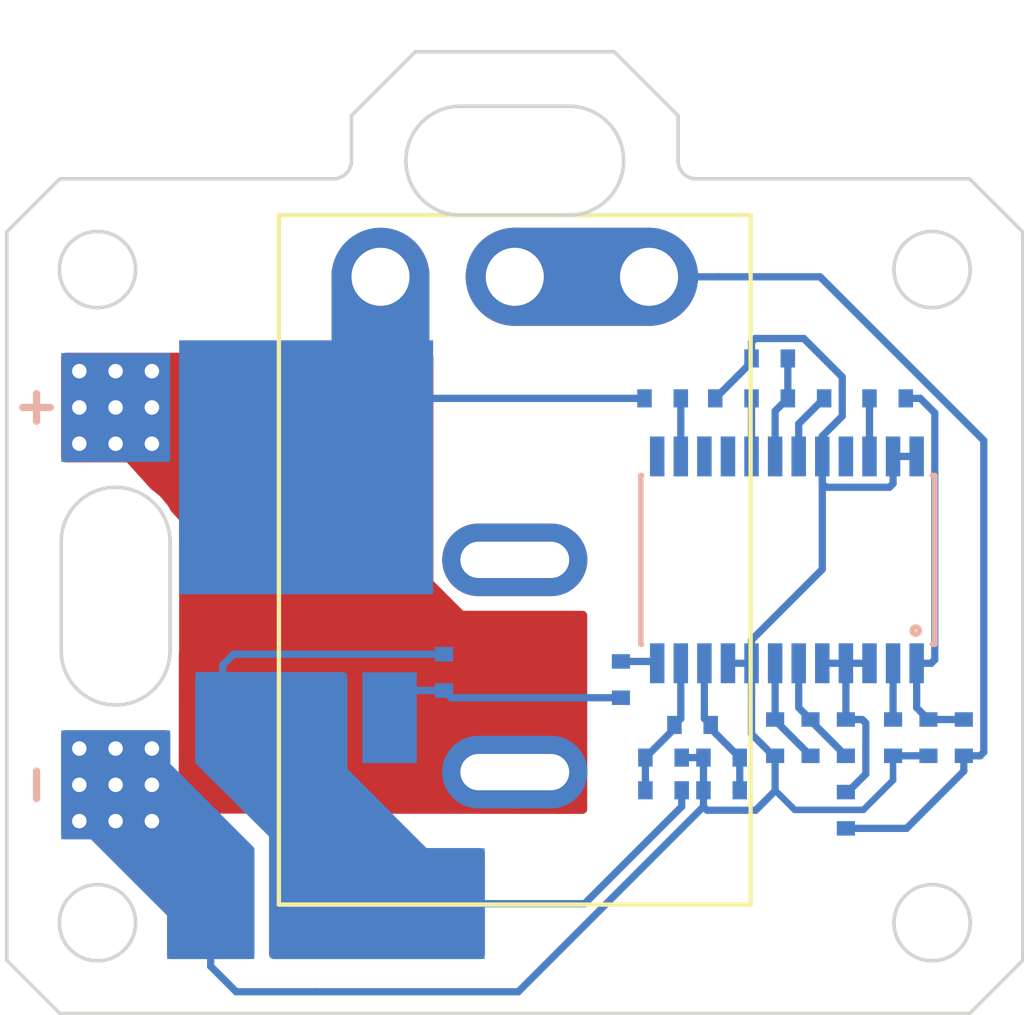
<source format=kicad_pcb>
(kicad_pcb (version 20171130) (host pcbnew "(5.1.5-rc2)")

  (general
    (thickness 1.6)
    (drawings 34)
    (tracks 128)
    (zones 0)
    (modules 28)
    (nets 20)
  )

  (page A4)
  (layers
    (0 F.Cu signal)
    (31 B.Cu signal)
    (32 B.Adhes user)
    (33 F.Adhes user)
    (34 B.Paste user)
    (35 F.Paste user)
    (36 B.SilkS user)
    (37 F.SilkS user)
    (38 B.Mask user)
    (39 F.Mask user)
    (40 Dwgs.User user)
    (41 Cmts.User user)
    (42 Eco1.User user)
    (43 Eco2.User user)
    (44 Edge.Cuts user)
    (45 Margin user)
    (46 B.CrtYd user)
    (47 F.CrtYd user)
    (48 B.Fab user)
    (49 F.Fab user)
  )

  (setup
    (last_trace_width 0.25)
    (user_trace_width 0.18)
    (user_trace_width 0.2)
    (user_trace_width 0.3)
    (user_trace_width 0.4)
    (user_trace_width 0.5)
    (user_trace_width 0.8)
    (user_trace_width 1)
    (user_trace_width 1.1)
    (user_trace_width 2.7)
    (trace_clearance 0.19)
    (zone_clearance 0.19)
    (zone_45_only yes)
    (trace_min 0.18)
    (via_size 0.8)
    (via_drill 0.4)
    (via_min_size 0.4)
    (via_min_drill 0.3)
    (uvia_size 0.3)
    (uvia_drill 0.1)
    (uvias_allowed no)
    (uvia_min_size 0.2)
    (uvia_min_drill 0.1)
    (edge_width 0.05)
    (segment_width 0.2)
    (pcb_text_width 0.3)
    (pcb_text_size 1.5 1.5)
    (mod_edge_width 0.12)
    (mod_text_size 1 1)
    (mod_text_width 0.15)
    (pad_size 4 2)
    (pad_drill 3)
    (pad_to_mask_clearance 0.051)
    (solder_mask_min_width 0.25)
    (aux_axis_origin 0 0)
    (visible_elements FFF9FFFF)
    (pcbplotparams
      (layerselection 0x010f0_ffffffff)
      (usegerberextensions true)
      (usegerberattributes false)
      (usegerberadvancedattributes false)
      (creategerberjobfile false)
      (excludeedgelayer true)
      (linewidth 0.100000)
      (plotframeref false)
      (viasonmask false)
      (mode 1)
      (useauxorigin false)
      (hpglpennumber 1)
      (hpglpenspeed 20)
      (hpglpendiameter 15.000000)
      (psnegative false)
      (psa4output false)
      (plotreference true)
      (plotvalue true)
      (plotinvisibletext false)
      (padsonsilk false)
      (subtractmaskfromsilk true)
      (outputformat 1)
      (mirror false)
      (drillshape 0)
      (scaleselection 1)
      (outputdirectory ""))
  )

  (net 0 "")
  (net 1 GND)
  (net 2 "Net-(C1-Pad1)")
  (net 3 "Net-(C2-Pad1)")
  (net 4 "Net-(C3-Pad2)")
  (net 5 "Net-(C3-Pad1)")
  (net 6 "Net-(J15-Pad1)")
  (net 7 "Net-(J17-Pad1)")
  (net 8 "Net-(J19-Pad1)")
  (net 9 "Net-(Q39-Pad3)")
  (net 10 "Net-(Q39-Pad1)")
  (net 11 "Net-(R5-Pad2)")
  (net 12 "Net-(R6-Pad2)")
  (net 13 "Net-(R7-Pad2)")
  (net 14 "Net-(R11-Pad1)")
  (net 15 "Net-(R9-Pad2)")
  (net 16 "Net-(R10-Pad2)")
  (net 17 "Net-(R12-Pad2)")
  (net 18 "Net-(R19-Pad2)")
  (net 19 "Net-(R20-Pad2)")

  (net_class Default "これはデフォルトのネット クラスです。"
    (clearance 0.19)
    (trace_width 0.25)
    (via_dia 0.8)
    (via_drill 0.4)
    (uvia_dia 0.3)
    (uvia_drill 0.1)
    (add_net GND)
    (add_net "Net-(C1-Pad1)")
    (add_net "Net-(C2-Pad1)")
    (add_net "Net-(C3-Pad1)")
    (add_net "Net-(C3-Pad2)")
    (add_net "Net-(J15-Pad1)")
    (add_net "Net-(J17-Pad1)")
    (add_net "Net-(J19-Pad1)")
    (add_net "Net-(Q39-Pad1)")
    (add_net "Net-(Q39-Pad3)")
    (add_net "Net-(R10-Pad2)")
    (add_net "Net-(R11-Pad1)")
    (add_net "Net-(R12-Pad2)")
    (add_net "Net-(R19-Pad2)")
    (add_net "Net-(R20-Pad2)")
    (add_net "Net-(R5-Pad2)")
    (add_net "Net-(R6-Pad2)")
    (add_net "Net-(R7-Pad2)")
    (add_net "Net-(R9-Pad2)")
    (add_net "Net-(SW1-Pad1)")
    (add_net "Net-(U6-Pad13)")
    (add_net "Net-(U6-Pad15)")
    (add_net "Net-(U6-Pad16)")
    (add_net "Net-(U6-Pad21)")
  )

  (module module:2Pads (layer F.Cu) (tedit 605212A1) (tstamp 6052CDB4)
    (at 7.500045 4.499987)
    (path /5C76E1CD)
    (fp_text reference SW1 (at 6.5932 7.4425) (layer F.SilkS) hide
      (effects (font (size 1 1) (thickness 0.15)))
    )
    (fp_text value Rocker_Switch (at 0 -5.08) (layer F.Fab)
      (effects (font (size 1 1) (thickness 0.15)))
    )
    (pad 2 thru_hole oval (at 6.5 15.35) (size 4 2) (drill oval 3 1) (layers *.Cu *.Mask)
      (net 7 "Net-(J17-Pad1)"))
    (pad 1 thru_hole oval (at 6.5 9.5) (size 4 2) (drill oval 3 1) (layers *.Cu *.Mask))
  )

  (module module:TSSOP-24 (layer B.Cu) (tedit 5C37351D) (tstamp 5FCF6AE3)
    (at 21.500045 13.999987 90)
    (descr "TSSOP24: plastic thin shrink small outline package; 24 leads; body width 4.4 mm; (see NXP SSOP-TSSOP-VSO-REFLOW.pdf and sot355-1_po.pdf)")
    (tags "SSOP 0.65")
    (path /5C370BDC)
    (attr smd)
    (fp_text reference U6 (at 0 4.95 90) (layer B.SilkS) hide
      (effects (font (size 1 1) (thickness 0.15)) (justify mirror))
    )
    (fp_text value BQ77915 (at 0 -4.95 90) (layer B.Fab)
      (effects (font (size 1 1) (thickness 0.15)) (justify mirror))
    )
    (fp_circle (center -1.95 3.55) (end -1.95 3.45) (layer B.SilkS) (width 0.15))
    (fp_line (start -2.325 4.075) (end -2.325 4) (layer B.SilkS) (width 0.15))
    (fp_text user %R (at 0 0 90) (layer B.Fab)
      (effects (font (size 0.8 0.8) (thickness 0.15)) (justify mirror))
    )
    (fp_line (start -2.325 -4.025) (end 2.325 -4.025) (layer B.SilkS) (width 0.15))
    (fp_line (start -2.325 4.075) (end 2.325 4.075) (layer B.SilkS) (width 0.15))
    (fp_line (start -2.325 -4.025) (end -2.325 -4) (layer B.SilkS) (width 0.15))
    (fp_line (start 2.325 -4.025) (end 2.325 -4) (layer B.SilkS) (width 0.15))
    (fp_line (start 2.325 4.075) (end 2.325 4) (layer B.SilkS) (width 0.15))
    (pad 24 smd rect (at 2.85 3.575 90) (size 1.1 0.4) (layers B.Cu B.Paste B.Mask)
      (net 1 GND))
    (pad 23 smd rect (at 2.85 2.925 90) (size 1.1 0.4) (layers B.Cu B.Paste B.Mask)
      (net 1 GND))
    (pad 22 smd rect (at 2.85 2.275 90) (size 1.1 0.4) (layers B.Cu B.Paste B.Mask)
      (net 12 "Net-(R6-Pad2)"))
    (pad 21 smd rect (at 2.85 1.625 90) (size 1.1 0.4) (layers B.Cu B.Paste B.Mask))
    (pad 20 smd rect (at 2.85 0.975 90) (size 1.1 0.4) (layers B.Cu B.Paste B.Mask)
      (net 1 GND))
    (pad 19 smd rect (at 2.85 0.325 90) (size 1.1 0.4) (layers B.Cu B.Paste B.Mask)
      (net 15 "Net-(R9-Pad2)"))
    (pad 18 smd rect (at 2.85 -0.325 90) (size 1.1 0.4) (layers B.Cu B.Paste B.Mask)
      (net 16 "Net-(R10-Pad2)"))
    (pad 17 smd rect (at 2.85 -0.975 90) (size 1.1 0.4) (layers B.Cu B.Paste B.Mask)
      (net 17 "Net-(R12-Pad2)"))
    (pad 16 smd rect (at 2.85 -1.625 90) (size 1.1 0.4) (layers B.Cu B.Paste B.Mask))
    (pad 15 smd rect (at 2.85 -2.275 90) (size 1.1 0.4) (layers B.Cu B.Paste B.Mask))
    (pad 14 smd rect (at 2.85 -2.925 90) (size 1.1 0.4) (layers B.Cu B.Paste B.Mask)
      (net 19 "Net-(R20-Pad2)"))
    (pad 13 smd rect (at 2.85 -3.575 90) (size 1.1 0.4) (layers B.Cu B.Paste B.Mask))
    (pad 12 smd rect (at -2.85 -3.575 90) (size 1.1 0.4) (layers B.Cu B.Paste B.Mask)
      (net 18 "Net-(R19-Pad2)"))
    (pad 11 smd rect (at -2.85 -2.925 90) (size 1.1 0.4) (layers B.Cu B.Paste B.Mask)
      (net 5 "Net-(C3-Pad1)"))
    (pad 10 smd rect (at -2.85 -2.275 90) (size 1.1 0.4) (layers B.Cu B.Paste B.Mask)
      (net 4 "Net-(C3-Pad2)"))
    (pad 9 smd rect (at -2.85 -1.625 90) (size 1.1 0.4) (layers B.Cu B.Paste B.Mask)
      (net 1 GND))
    (pad 8 smd rect (at -2.85 -0.975 90) (size 1.1 0.4) (layers B.Cu B.Paste B.Mask)
      (net 1 GND))
    (pad 7 smd rect (at -2.85 -0.325 90) (size 1.1 0.4) (layers B.Cu B.Paste B.Mask)
      (net 14 "Net-(R11-Pad1)"))
    (pad 6 smd rect (at -2.85 0.325 90) (size 1.1 0.4) (layers B.Cu B.Paste B.Mask)
      (net 13 "Net-(R7-Pad2)"))
    (pad 5 smd rect (at -2.85 0.975 90) (size 1.1 0.4) (layers B.Cu B.Paste B.Mask)
      (net 11 "Net-(R5-Pad2)"))
    (pad 4 smd rect (at -2.85 1.625 90) (size 1.1 0.4) (layers B.Cu B.Paste B.Mask)
      (net 11 "Net-(R5-Pad2)"))
    (pad 3 smd rect (at -2.85 2.275 90) (size 1.1 0.4) (layers B.Cu B.Paste B.Mask)
      (net 11 "Net-(R5-Pad2)"))
    (pad 2 smd rect (at -2.85 2.925 90) (size 1.1 0.4) (layers B.Cu B.Paste B.Mask)
      (net 3 "Net-(C2-Pad1)"))
    (pad 1 smd rect (at -2.85 3.575 90) (size 1.1 0.4) (layers B.Cu B.Paste B.Mask)
      (net 2 "Net-(C1-Pad1)"))
    (model ${KISYS3DMOD}/Package_SO.3dshapes/TSSOP-24_4.4x7.8mm_P0.65mm.wrl
      (at (xyz 0 0 0))
      (scale (xyz 1 1 1))
      (rotate (xyz 0 0 0))
    )
  )

  (module module:6432 (layer B.Cu) (tedit 5F9A6B15) (tstamp 5FCF68AF)
    (at 8.794945 23.474987 180)
    (path /5C37771E)
    (fp_text reference R30 (at 0 -0.5 180) (layer B.SilkS) hide
      (effects (font (size 1 1) (thickness 0.15)) (justify mirror))
    )
    (fp_text value 5m (at 0 0.5 180) (layer B.Fab)
      (effects (font (size 1 1) (thickness 0.15)) (justify mirror))
    )
    (pad 2 smd rect (at 3.175 0 180) (size 2.4 3.05) (layers B.Cu B.Paste B.Mask)
      (net 1 GND))
    (pad 1 smd rect (at -3.175 0 180) (size 2.4 3.05) (layers B.Cu B.Paste B.Mask)
      (net 9 "Net-(Q39-Pad3)"))
  )

  (module module:1005 (layer B.Cu) (tedit 5BA72218) (tstamp 5FCF68A9)
    (at 12.050045 17.099987 270)
    (path /5C374B8B)
    (fp_text reference R29 (at 0 0.77 90) (layer B.SilkS) hide
      (effects (font (size 1 1) (thickness 0.15)) (justify mirror))
    )
    (fp_text value 1M (at 0 1.77 90) (layer B.Fab)
      (effects (font (size 1 1) (thickness 0.15)) (justify mirror))
    )
    (pad 2 smd rect (at 0.5 0 270) (size 0.4 0.5) (layers B.Cu B.Paste B.Mask)
      (net 10 "Net-(Q39-Pad1)"))
    (pad 1 smd rect (at -0.5 0 270) (size 0.4 0.5) (layers B.Cu B.Paste B.Mask)
      (net 9 "Net-(Q39-Pad3)"))
  )

  (module module:1005 (layer B.Cu) (tedit 5BA72218) (tstamp 5FCF6867)
    (at 18.100045 20.349987 180)
    (path /5C375764)
    (fp_text reference R22 (at 0 0.77) (layer B.SilkS) hide
      (effects (font (size 1 1) (thickness 0.15)) (justify mirror))
    )
    (fp_text value 100 (at 0 1.77) (layer B.Fab)
      (effects (font (size 1 1) (thickness 0.15)) (justify mirror))
    )
    (pad 2 smd rect (at 0.5 0 180) (size 0.4 0.5) (layers B.Cu B.Paste B.Mask)
      (net 5 "Net-(C3-Pad1)"))
    (pad 1 smd rect (at -0.5 0 180) (size 0.4 0.5) (layers B.Cu B.Paste B.Mask)
      (net 9 "Net-(Q39-Pad3)"))
  )

  (module module:1005 (layer B.Cu) (tedit 5BA72218) (tstamp 5FCF6861)
    (at 19.700045 20.349987 180)
    (path /5C375F37)
    (fp_text reference R21 (at 0 0.77) (layer B.SilkS) hide
      (effects (font (size 1 1) (thickness 0.15)) (justify mirror))
    )
    (fp_text value 100 (at 0 1.77) (layer B.Fab)
      (effects (font (size 1 1) (thickness 0.15)) (justify mirror))
    )
    (pad 2 smd rect (at 0.5 0 180) (size 0.4 0.5) (layers B.Cu B.Paste B.Mask)
      (net 1 GND))
    (pad 1 smd rect (at -0.5 0 180) (size 0.4 0.5) (layers B.Cu B.Paste B.Mask)
      (net 4 "Net-(C3-Pad2)"))
  )

  (module module:1005 (layer B.Cu) (tedit 5BA72218) (tstamp 5FCF685B)
    (at 18.075045 9.549987)
    (path /5C376BE6)
    (fp_text reference R20 (at 0 0.77 180) (layer B.SilkS) hide
      (effects (font (size 1 1) (thickness 0.15)) (justify mirror))
    )
    (fp_text value 470K (at 0 1.77 180) (layer B.Fab)
      (effects (font (size 1 1) (thickness 0.15)) (justify mirror))
    )
    (pad 2 smd rect (at 0.5 0) (size 0.4 0.5) (layers B.Cu B.Paste B.Mask)
      (net 19 "Net-(R20-Pad2)"))
    (pad 1 smd rect (at -0.5 0) (size 0.4 0.5) (layers B.Cu B.Paste B.Mask)
      (net 8 "Net-(J19-Pad1)"))
  )

  (module module:1005 (layer B.Cu) (tedit 5BA72218) (tstamp 5FCF6855)
    (at 16.925045 17.299987 90)
    (path /5C373D4A)
    (fp_text reference R19 (at 0 0.77 90) (layer B.SilkS) hide
      (effects (font (size 1 1) (thickness 0.15)) (justify mirror))
    )
    (fp_text value 4.5K (at 0 1.77 90) (layer B.Fab)
      (effects (font (size 1 1) (thickness 0.15)) (justify mirror))
    )
    (pad 2 smd rect (at 0.5 0 90) (size 0.4 0.5) (layers B.Cu B.Paste B.Mask)
      (net 18 "Net-(R19-Pad2)"))
    (pad 1 smd rect (at -0.5 0 90) (size 0.4 0.5) (layers B.Cu B.Paste B.Mask)
      (net 10 "Net-(Q39-Pad1)"))
  )

  (module module:1005 (layer B.Cu) (tedit 5BA72218) (tstamp 5FCF6813)
    (at 20.025045 9.549987)
    (path /5C372C98)
    (fp_text reference R12 (at 0 0.77) (layer B.SilkS) hide
      (effects (font (size 1 1) (thickness 0.15)) (justify mirror))
    )
    (fp_text value 383K (at 0 1.77) (layer B.Fab)
      (effects (font (size 1 1) (thickness 0.15)) (justify mirror))
    )
    (pad 2 smd rect (at 0.5 0) (size 0.4 0.5) (layers B.Cu B.Paste B.Mask)
      (net 17 "Net-(R12-Pad2)"))
    (pad 1 smd rect (at -0.5 0) (size 0.4 0.5) (layers B.Cu B.Paste B.Mask)
      (net 1 GND))
  )

  (module module:1005 (layer B.Cu) (tedit 5BA72218) (tstamp 5FCF680D)
    (at 21.175045 18.899987 270)
    (path /5C3869EC)
    (fp_text reference R11 (at 0 0.77 90) (layer B.SilkS) hide
      (effects (font (size 1 1) (thickness 0.15)) (justify mirror))
    )
    (fp_text value 47K (at 0 1.77 90) (layer B.Fab)
      (effects (font (size 1 1) (thickness 0.15)) (justify mirror))
    )
    (pad 2 smd rect (at 0.5 0 270) (size 0.4 0.5) (layers B.Cu B.Paste B.Mask)
      (net 1 GND))
    (pad 1 smd rect (at -0.5 0 270) (size 0.4 0.5) (layers B.Cu B.Paste B.Mask)
      (net 14 "Net-(R11-Pad1)"))
  )

  (module module:1005 (layer B.Cu) (tedit 5BA72218) (tstamp 5FCF6807)
    (at 21.025045 8.449987)
    (path /5C372AFE)
    (fp_text reference R10 (at 0 0.77) (layer B.SilkS) hide
      (effects (font (size 1 1) (thickness 0.15)) (justify mirror))
    )
    (fp_text value 10K (at 0 1.77) (layer B.Fab)
      (effects (font (size 1 1) (thickness 0.15)) (justify mirror))
    )
    (pad 2 smd rect (at 0.5 0) (size 0.4 0.5) (layers B.Cu B.Paste B.Mask)
      (net 16 "Net-(R10-Pad2)"))
    (pad 1 smd rect (at -0.5 0) (size 0.4 0.5) (layers B.Cu B.Paste B.Mask)
      (net 1 GND))
  )

  (module module:1005 (layer B.Cu) (tedit 5BA72218) (tstamp 5FCF6801)
    (at 22.025045 9.549987)
    (path /5C3729D3)
    (fp_text reference R9 (at 0 0.77) (layer B.SilkS) hide
      (effects (font (size 1 1) (thickness 0.15)) (justify mirror))
    )
    (fp_text value 10K (at 0 1.77) (layer B.Fab)
      (effects (font (size 1 1) (thickness 0.15)) (justify mirror))
    )
    (pad 2 smd rect (at 0.5 0) (size 0.4 0.5) (layers B.Cu B.Paste B.Mask)
      (net 15 "Net-(R9-Pad2)"))
    (pad 1 smd rect (at -0.5 0) (size 0.4 0.5) (layers B.Cu B.Paste B.Mask)
      (net 16 "Net-(R10-Pad2)"))
  )

  (module module:1005 (layer B.Cu) (tedit 5BA72218) (tstamp 5FCF67FB)
    (at 22.150045 18.899987 270)
    (path /5C386BE3)
    (fp_text reference R8 (at 0 0.77 90) (layer B.SilkS) hide
      (effects (font (size 1 1) (thickness 0.15)) (justify mirror))
    )
    (fp_text value 47K (at 0 1.77 90) (layer B.Fab)
      (effects (font (size 1 1) (thickness 0.15)) (justify mirror))
    )
    (pad 2 smd rect (at 0.5 0 270) (size 0.4 0.5) (layers B.Cu B.Paste B.Mask)
      (net 14 "Net-(R11-Pad1)"))
    (pad 1 smd rect (at -0.5 0 270) (size 0.4 0.5) (layers B.Cu B.Paste B.Mask)
      (net 13 "Net-(R7-Pad2)"))
  )

  (module module:1005 (layer B.Cu) (tedit 5BA72218) (tstamp 5FCF67F5)
    (at 23.125045 18.899987 270)
    (path /5C387625)
    (fp_text reference R7 (at 0 0.77 90) (layer B.SilkS) hide
      (effects (font (size 1 1) (thickness 0.15)) (justify mirror))
    )
    (fp_text value 47K (at 0 1.77 90) (layer B.Fab)
      (effects (font (size 1 1) (thickness 0.15)) (justify mirror))
    )
    (pad 2 smd rect (at 0.5 0 270) (size 0.4 0.5) (layers B.Cu B.Paste B.Mask)
      (net 13 "Net-(R7-Pad2)"))
    (pad 1 smd rect (at -0.5 0 270) (size 0.4 0.5) (layers B.Cu B.Paste B.Mask)
      (net 11 "Net-(R5-Pad2)"))
  )

  (module module:1005 (layer B.Cu) (tedit 5BA72218) (tstamp 5FCF67EF)
    (at 24.275045 9.549987 180)
    (path /5C3726B3)
    (fp_text reference R6 (at 0 0.77) (layer B.SilkS) hide
      (effects (font (size 1 1) (thickness 0.15)) (justify mirror))
    )
    (fp_text value 10K (at 0 1.77) (layer B.Fab)
      (effects (font (size 1 1) (thickness 0.15)) (justify mirror))
    )
    (pad 2 smd rect (at 0.5 0 180) (size 0.4 0.5) (layers B.Cu B.Paste B.Mask)
      (net 12 "Net-(R6-Pad2)"))
    (pad 1 smd rect (at -0.5 0 180) (size 0.4 0.5) (layers B.Cu B.Paste B.Mask)
      (net 2 "Net-(C1-Pad1)"))
  )

  (module module:1005 (layer B.Cu) (tedit 5BA72218) (tstamp 5FCF67E9)
    (at 23.125045 20.899987 90)
    (path /5C75D896)
    (fp_text reference R5 (at 0 0.77 90) (layer B.SilkS) hide
      (effects (font (size 1 1) (thickness 0.15)) (justify mirror))
    )
    (fp_text value 22K (at 0 1.77 90) (layer B.Fab)
      (effects (font (size 1 1) (thickness 0.15)) (justify mirror))
    )
    (pad 2 smd rect (at 0.5 0 90) (size 0.4 0.5) (layers B.Cu B.Paste B.Mask)
      (net 11 "Net-(R5-Pad2)"))
    (pad 1 smd rect (at -0.5 0 90) (size 0.4 0.5) (layers B.Cu B.Paste B.Mask)
      (net 6 "Net-(J15-Pad1)"))
  )

  (module module:1005 (layer B.Cu) (tedit 5BA72218) (tstamp 5FCF67E3)
    (at 26.375045 18.899987 270)
    (path /5C370F39)
    (fp_text reference R4 (at 0 0.77 90) (layer B.SilkS) hide
      (effects (font (size 1 1) (thickness 0.15)) (justify mirror))
    )
    (fp_text value 1K (at 0 1.77 90) (layer B.Fab)
      (effects (font (size 1 1) (thickness 0.15)) (justify mirror))
    )
    (pad 2 smd rect (at 0.5 0 270) (size 0.4 0.5) (layers B.Cu B.Paste B.Mask)
      (net 6 "Net-(J15-Pad1)"))
    (pad 1 smd rect (at -0.5 0 270) (size 0.4 0.5) (layers B.Cu B.Paste B.Mask)
      (net 2 "Net-(C1-Pad1)"))
  )

  (module module:TO-252 (layer B.Cu) (tedit 5B9F95E9) (tstamp 5FCF67BF)
    (at 8.250045 11.449987 180)
    (descr "aj01004.pdf (JRC)")
    (tags TO-252)
    (path /5C3FAA52)
    (attr smd)
    (fp_text reference Q39 (at 0 5.3) (layer B.SilkS) hide
      (effects (font (size 1 1) (thickness 0.15)) (justify mirror))
    )
    (fp_text value Q_NMOS_SGD (at 0 -9.4) (layer B.Fab)
      (effects (font (size 1 1) (thickness 0.15)) (justify mirror))
    )
    (fp_line (start -1.25 -8.45) (end -1.25 -3.8) (layer B.Fab) (width 0.15))
    (fp_line (start -3.35 -8.45) (end -1.25 -8.45) (layer B.Fab) (width 0.15))
    (fp_line (start -3.35 -8.45) (end -3.35 -3.8) (layer B.Fab) (width 0.15))
    (fp_line (start 1.25 -8.45) (end 1.25 -3.8) (layer B.Fab) (width 0.15))
    (fp_line (start 3.35 -8.45) (end 3.35 -3.8) (layer B.Fab) (width 0.15))
    (fp_line (start 1.25 -8.45) (end 3.35 -8.45) (layer B.Fab) (width 0.15))
    (fp_line (start -3.8 3.8) (end -3.8 -3.8) (layer B.Fab) (width 0.15))
    (fp_line (start 3.8 3.8) (end -3.8 3.8) (layer B.Fab) (width 0.15))
    (fp_line (start 3.8 -3.8) (end 3.8 3.8) (layer B.Fab) (width 0.15))
    (fp_line (start -3.8 -3.8) (end 3.8 -3.8) (layer B.Fab) (width 0.15))
    (fp_line (start 1 4.5) (end 1 3.8) (layer B.Fab) (width 0.15))
    (fp_line (start -1 4.5) (end 1 4.5) (layer B.Fab) (width 0.15))
    (fp_line (start -1 3.8) (end -1 4.5) (layer B.Fab) (width 0.15))
    (pad 3 smd rect (at 2.3 -6.9 180) (size 1.5 2.5) (layers B.Cu B.Paste B.Mask)
      (net 9 "Net-(Q39-Pad3)"))
    (pad 2 smd rect (at 0 0 180) (size 7 7) (layers B.Cu B.Paste B.Mask)
      (net 8 "Net-(J19-Pad1)"))
    (pad 1 smd rect (at -2.3 -6.9 180) (size 1.5 2.5) (layers B.Cu B.Paste B.Mask)
      (net 10 "Net-(Q39-Pad1)"))
    (model SMD_Packages.3dshapes/powermite3.wrl
      (offset (xyz 0 -3.809999942779541 0))
      (scale (xyz 1.564039 1.6 1))
      (rotate (xyz 0 0 0))
    )
  )

  (module module:1PIN (layer F.Cu) (tedit 5FCF50E4) (tstamp 5FCF6523)
    (at 11.927545 5.782487 90)
    (path /5C37A109)
    (fp_text reference J19 (at 0 0.5 90) (layer F.SilkS) hide
      (effects (font (size 1 1) (thickness 0.15)))
    )
    (fp_text value OUT- (at 0 -1.5 90) (layer F.Fab)
      (effects (font (size 1 1) (thickness 0.15)))
    )
    (pad 1 thru_hole circle (at -0.4175 -1.6275 90) (size 2.7 2.7) (drill 1.6) (layers *.Cu *.Mask)
      (net 8 "Net-(J19-Pad1)"))
  )

  (module module:1PIN (layer B.Cu) (tedit 5FCF51EE) (tstamp 5FCF651E)
    (at 2.907545 20.342487 90)
    (path /5C37CB64)
    (fp_text reference J18 (at 0 -0.5 90) (layer B.SilkS) hide
      (effects (font (size 1 1) (thickness 0.15)) (justify mirror))
    )
    (fp_text value IN- (at 0 1.5 90) (layer B.Fab)
      (effects (font (size 1 1) (thickness 0.15)) (justify mirror))
    )
    (pad 1 smd rect (at 0.1425 0.0953 90) (size 3 3) (layers B.Cu B.Paste B.Mask)
      (net 1 GND))
  )

  (module module:1PIN (layer B.Cu) (tedit 5FCF51F4) (tstamp 5FCF6519)
    (at 2.997545 9.982487 90)
    (path /5C37ABA1)
    (fp_text reference J17 (at 0 -0.5 90) (layer B.SilkS) hide
      (effects (font (size 1 1) (thickness 0.15)) (justify mirror))
    )
    (fp_text value IN+ (at 0 1.5 90) (layer B.Fab)
      (effects (font (size 1 1) (thickness 0.15)) (justify mirror))
    )
    (pad 1 smd rect (at 0.1825 0.0053 90) (size 3 3) (layers B.Cu B.Paste B.Mask)
      (net 7 "Net-(J17-Pad1)"))
  )

  (module module:1PIN (layer F.Cu) (tedit 5FCF5108) (tstamp 5FCF6514)
    (at 16.587545 5.832487 90)
    (path /5C77F546)
    (fp_text reference J16 (at 0 0.5 90) (layer F.SilkS) hide
      (effects (font (size 1 1) (thickness 0.15)))
    )
    (fp_text value OUT+ (at 0 -1.5 90) (layer F.Fab)
      (effects (font (size 1 1) (thickness 0.15)))
    )
    (pad 1 thru_hole circle (at -0.3675 1.1125 90) (size 2.7 2.7) (drill 1.6) (layers *.Cu *.Mask)
      (net 6 "Net-(J15-Pad1)"))
  )

  (module module:1PIN (layer F.Cu) (tedit 5FCF50F9) (tstamp 5FCF650F)
    (at 14.217545 5.792487 90)
    (path /5C77FEE9)
    (fp_text reference J15 (at 0 0.5 90) (layer F.SilkS) hide
      (effects (font (size 1 1) (thickness 0.15)))
    )
    (fp_text value Fuse (at 0 -1.5 90) (layer F.Fab)
      (effects (font (size 1 1) (thickness 0.15)))
    )
    (pad 1 thru_hole circle (at -0.4075 -0.2175 90) (size 2.7 2.7) (drill 1.6) (layers *.Cu *.Mask)
      (net 6 "Net-(J15-Pad1)"))
  )

  (module module:1005 (layer B.Cu) (tedit 5BA72218) (tstamp 5FCF616A)
    (at 19.700045 19.449987)
    (path /5C374D42)
    (fp_text reference C36 (at 0 0.77) (layer B.SilkS) hide
      (effects (font (size 1 1) (thickness 0.15)) (justify mirror))
    )
    (fp_text value 0.1u (at 0 1.77) (layer B.Fab)
      (effects (font (size 1 1) (thickness 0.15)) (justify mirror))
    )
    (pad 2 smd rect (at 0.5 0) (size 0.4 0.5) (layers B.Cu B.Paste B.Mask)
      (net 4 "Net-(C3-Pad2)"))
    (pad 1 smd rect (at -0.5 0) (size 0.4 0.5) (layers B.Cu B.Paste B.Mask)
      (net 1 GND))
  )

  (module module:1005 (layer B.Cu) (tedit 5BA72218) (tstamp 5FCF6164)
    (at 18.100045 19.449987 180)
    (path /5C373E37)
    (fp_text reference C35 (at 0 0.77) (layer B.SilkS) hide
      (effects (font (size 1 1) (thickness 0.15)) (justify mirror))
    )
    (fp_text value 0.1u (at 0 1.77) (layer B.Fab)
      (effects (font (size 1 1) (thickness 0.15)) (justify mirror))
    )
    (pad 2 smd rect (at 0.5 0 180) (size 0.4 0.5) (layers B.Cu B.Paste B.Mask)
      (net 5 "Net-(C3-Pad1)"))
    (pad 1 smd rect (at -0.5 0 180) (size 0.4 0.5) (layers B.Cu B.Paste B.Mask)
      (net 1 GND))
  )

  (module module:1005 (layer B.Cu) (tedit 5BA72218) (tstamp 5FCF5FF6)
    (at 18.900045 18.549987)
    (path /5C3738EB)
    (fp_text reference C3 (at 0 0.77) (layer B.SilkS) hide
      (effects (font (size 1 1) (thickness 0.15)) (justify mirror))
    )
    (fp_text value 0.1u (at 0 1.77) (layer B.Fab)
      (effects (font (size 1 1) (thickness 0.15)) (justify mirror))
    )
    (pad 2 smd rect (at 0.5 0) (size 0.4 0.5) (layers B.Cu B.Paste B.Mask)
      (net 4 "Net-(C3-Pad2)"))
    (pad 1 smd rect (at -0.5 0) (size 0.4 0.5) (layers B.Cu B.Paste B.Mask)
      (net 5 "Net-(C3-Pad1)"))
  )

  (module module:1005 (layer B.Cu) (tedit 5BA72218) (tstamp 5FCF5FF0)
    (at 24.425045 18.899987 270)
    (path /5C370C8D)
    (fp_text reference C2 (at 0 0.77 90) (layer B.SilkS) hide
      (effects (font (size 1 1) (thickness 0.15)) (justify mirror))
    )
    (fp_text value 1u (at 0 1.77 90) (layer B.Fab)
      (effects (font (size 1 1) (thickness 0.15)) (justify mirror))
    )
    (pad 2 smd rect (at 0.5 0 270) (size 0.4 0.5) (layers B.Cu B.Paste B.Mask)
      (net 1 GND))
    (pad 1 smd rect (at -0.5 0 270) (size 0.4 0.5) (layers B.Cu B.Paste B.Mask)
      (net 3 "Net-(C2-Pad1)"))
  )

  (module module:1005 (layer B.Cu) (tedit 5BA72218) (tstamp 5FCF5FEA)
    (at 25.400045 18.899987 270)
    (path /5C370D2F)
    (fp_text reference C1 (at 0 0.77 90) (layer B.SilkS) hide
      (effects (font (size 1 1) (thickness 0.15)) (justify mirror))
    )
    (fp_text value 1u (at 0 1.77 90) (layer B.Fab)
      (effects (font (size 1 1) (thickness 0.15)) (justify mirror))
    )
    (pad 2 smd rect (at 0.5 0 270) (size 0.4 0.5) (layers B.Cu B.Paste B.Mask)
      (net 1 GND))
    (pad 1 smd rect (at -0.5 0 270) (size 0.4 0.5) (layers B.Cu B.Paste B.Mask)
      (net 2 "Net-(C1-Pad1)"))
  )

  (gr_line (start 7.500045 23.499987) (end 7.500045 4.499987) (layer F.SilkS) (width 0.12))
  (gr_line (start 20.500045 23.499987) (end 7.500045 23.499987) (layer F.SilkS) (width 0.12))
  (gr_line (start 20.500045 4.499987) (end 20.500045 23.499987) (layer F.SilkS) (width 0.12))
  (gr_line (start 7.500045 4.499987) (end 20.500045 4.499987) (layer F.SilkS) (width 0.12))
  (gr_text + (at 0.750045 9.799987 90) (layer B.SilkS)
    (effects (font (size 1 1) (thickness 0.2)))
  )
  (gr_text - (at 0.750045 20.199987 90) (layer B.SilkS)
    (effects (font (size 1 1) (thickness 0.2)))
  )
  (gr_line (start 28 25.035534) (end 26.535534 26.5) (layer Edge.Cuts) (width 0.1))
  (gr_line (start 28 4.964466) (end 26.535534 3.5) (layer Edge.Cuts) (width 0.1))
  (gr_line (start 0 25.035534) (end 1.464466 26.5) (layer Edge.Cuts) (width 0.1))
  (gr_line (start 0 4.964466) (end 1.464466 3.5) (layer Edge.Cuts) (width 0.1))
  (gr_circle (center 25.5 24) (end 25.5 22.95) (layer Edge.Cuts) (width 0.1))
  (gr_circle (center 25.5 6) (end 25.5 4.95) (layer Edge.Cuts) (width 0.1))
  (gr_circle (center 2.5 24) (end 2.5 22.95) (layer Edge.Cuts) (width 0.1))
  (gr_circle (center 2.5 6) (end 2.5 4.95) (layer Edge.Cuts) (width 0.1))
  (gr_line (start 4.5 16.5) (end 4.5 13.5) (layer Edge.Cuts) (width 0.1))
  (gr_line (start 1.5 13.5) (end 1.5 16.5) (layer Edge.Cuts) (width 0.1))
  (gr_arc (start 3 13.5) (end 4.5 13.5) (angle -180) (layer Edge.Cuts) (width 0.1))
  (gr_arc (start 3 16.5) (end 1.5 16.5) (angle -180) (layer Edge.Cuts) (width 0.1))
  (gr_line (start 28 4.964466) (end 28 25.035534) (layer Edge.Cuts) (width 0.1))
  (gr_line (start 0 4.964466) (end 0 25.035534) (layer Edge.Cuts) (width 0.1))
  (gr_line (start 1.464466 26.5) (end 26.535534 26.5) (layer Edge.Cuts) (width 0.1))
  (gr_line (start 18.5 3) (end 18.5 1.75736) (layer Edge.Cuts) (width 0.1))
  (gr_line (start 9.5 3) (end 9.5 1.75736) (layer Edge.Cuts) (width 0.1))
  (gr_line (start 9.5 1.75736) (end 11.257359 0) (layer Edge.Cuts) (width 0.1))
  (gr_arc (start 19 3) (end 18.5 3) (angle -90) (layer Edge.Cuts) (width 0.1))
  (gr_line (start 18.5 1.75736) (end 16.742641 0) (layer Edge.Cuts) (width 0.1))
  (gr_line (start 12.5 4.5) (end 15.5 4.5) (layer Edge.Cuts) (width 0.1))
  (gr_line (start 16.742641 0) (end 11.257359 0) (layer Edge.Cuts) (width 0.1))
  (gr_arc (start 9 3) (end 9 3.5) (angle -90) (layer Edge.Cuts) (width 0.1))
  (gr_line (start 15.5 1.5) (end 12.5 1.5) (layer Edge.Cuts) (width 0.1))
  (gr_arc (start 15.5 3) (end 15.5 4.5) (angle -180) (layer Edge.Cuts) (width 0.1))
  (gr_arc (start 12.5 3) (end 12.5 1.5) (angle -180) (layer Edge.Cuts) (width 0.1))
  (gr_line (start 9 3.5) (end 1.464466 3.5) (layer Edge.Cuts) (width 0.1))
  (gr_line (start 26.535534 3.5) (end 19 3.5) (layer Edge.Cuts) (width 0.1))

  (via (at 4.000045 19.199987) (size 0.8) (drill 0.4) (layers F.Cu B.Cu) (net 1))
  (via (at 4.000045 20.199987) (size 0.8) (drill 0.4) (layers F.Cu B.Cu) (net 1))
  (via (at 4.000045 21.199987) (size 0.8) (drill 0.4) (layers F.Cu B.Cu) (net 1))
  (via (at 3.000045 19.199987) (size 0.8) (drill 0.4) (layers F.Cu B.Cu) (net 1))
  (via (at 3.000045 20.199987) (size 0.8) (drill 0.4) (layers F.Cu B.Cu) (net 1))
  (via (at 3.000045 21.199987) (size 0.8) (drill 0.4) (layers F.Cu B.Cu) (net 1))
  (via (at 2.000045 19.199987) (size 0.8) (drill 0.4) (layers F.Cu B.Cu) (net 1))
  (via (at 2.000045 20.199987) (size 0.8) (drill 0.4) (layers F.Cu B.Cu) (net 1))
  (via (at 2.000045 21.199987) (size 0.8) (drill 0.4) (layers F.Cu B.Cu) (net 1))
  (segment (start 19.200045 20.349987) (end 19.200045 19.449987) (width 0.2) (layer B.Cu) (net 1))
  (segment (start 19.200045 19.449987) (end 18.600045 19.449987) (width 0.2) (layer B.Cu) (net 1))
  (segment (start 19.875045 16.849987) (end 20.525045 16.849987) (width 0.2) (layer B.Cu) (net 1))
  (segment (start 20.525045 17.599987) (end 20.525045 16.849987) (width 0.2) (layer B.Cu) (net 1))
  (segment (start 21.125045 19.399987) (end 20.525045 18.799987) (width 0.2) (layer B.Cu) (net 1))
  (segment (start 20.525045 18.799987) (end 20.525045 17.599987) (width 0.2) (layer B.Cu) (net 1))
  (segment (start 21.175045 19.399987) (end 21.125045 19.399987) (width 0.2) (layer B.Cu) (net 1))
  (segment (start 24.425045 19.399987) (end 25.400045 19.399987) (width 0.2) (layer B.Cu) (net 1))
  (segment (start 25.075045 11.149987) (end 24.425045 11.149987) (width 0.2) (layer B.Cu) (net 1))
  (segment (start 22.575046 11.999988) (end 22.475045 11.899987) (width 0.2) (layer B.Cu) (net 1))
  (segment (start 24.325044 11.999988) (end 22.575046 11.999988) (width 0.2) (layer B.Cu) (net 1))
  (segment (start 22.475045 11.899987) (end 22.475045 11.149987) (width 0.2) (layer B.Cu) (net 1))
  (segment (start 24.425045 11.899987) (end 24.325044 11.999988) (width 0.2) (layer B.Cu) (net 1))
  (segment (start 24.425045 11.149987) (end 24.425045 11.899987) (width 0.2) (layer B.Cu) (net 1))
  (segment (start 20.625046 7.899986) (end 20.525045 7.999987) (width 0.2) (layer B.Cu) (net 1))
  (segment (start 22.475045 11.149987) (end 22.475045 10.589989) (width 0.2) (layer B.Cu) (net 1))
  (segment (start 21.965046 7.899986) (end 20.625046 7.899986) (width 0.2) (layer B.Cu) (net 1))
  (segment (start 20.525045 7.999987) (end 20.525045 8.449987) (width 0.2) (layer B.Cu) (net 1))
  (segment (start 23.025046 8.959986) (end 21.965046 7.899986) (width 0.2) (layer B.Cu) (net 1))
  (segment (start 23.025046 10.039988) (end 23.025046 8.959986) (width 0.2) (layer B.Cu) (net 1))
  (segment (start 22.475045 10.589989) (end 23.025046 10.039988) (width 0.2) (layer B.Cu) (net 1))
  (segment (start 20.525045 8.549987) (end 19.525045 9.549987) (width 0.2) (layer B.Cu) (net 1))
  (segment (start 20.525045 8.449987) (end 20.525045 8.549987) (width 0.2) (layer B.Cu) (net 1))
  (segment (start 20.525045 16.209985) (end 20.525045 16.849987) (width 0.2) (layer B.Cu) (net 1))
  (segment (start 22.475045 14.259985) (end 20.525045 16.209985) (width 0.2) (layer B.Cu) (net 1))
  (segment (start 22.475045 11.149987) (end 22.475045 14.259985) (width 0.2) (layer B.Cu) (net 1))
  (segment (start 19.200045 20.799987) (end 19.200045 20.349987) (width 0.2) (layer B.Cu) (net 1))
  (segment (start 19.300046 20.899988) (end 19.200045 20.799987) (width 0.2) (layer B.Cu) (net 1))
  (segment (start 20.640046 20.899988) (end 19.300046 20.899988) (width 0.2) (layer B.Cu) (net 1))
  (segment (start 21.175045 20.364989) (end 20.640046 20.899988) (width 0.2) (layer B.Cu) (net 1))
  (segment (start 21.175045 19.399987) (end 21.175045 20.364989) (width 0.2) (layer B.Cu) (net 1))
  (segment (start 21.175045 20.349987) (end 21.175045 19.399987) (width 0.18) (layer B.Cu) (net 1))
  (segment (start 21.715046 20.889988) (end 21.175045 20.349987) (width 0.18) (layer B.Cu) (net 1))
  (segment (start 23.607046 20.889988) (end 21.715046 20.889988) (width 0.18) (layer B.Cu) (net 1))
  (segment (start 24.425045 20.071989) (end 23.607046 20.889988) (width 0.18) (layer B.Cu) (net 1))
  (segment (start 24.425045 19.399987) (end 24.425045 20.071989) (width 0.18) (layer B.Cu) (net 1))
  (segment (start 5.619945 25.199987) (end 5.619945 23.474987) (width 0.2) (layer B.Cu) (net 1))
  (segment (start 6.322445 25.902487) (end 5.619945 25.199987) (width 0.2) (layer B.Cu) (net 1))
  (segment (start 19.200045 20.799987) (end 14.097545 25.902487) (width 0.2) (layer B.Cu) (net 1))
  (segment (start 14.097545 25.902487) (end 8.497545 25.902487) (width 0.2) (layer B.Cu) (net 1))
  (segment (start 8.497545 25.902487) (end 6.322445 25.902487) (width 0.2) (layer B.Cu) (net 1))
  (segment (start 25.075045 18.074987) (end 25.400045 18.399987) (width 0.2) (layer B.Cu) (net 2))
  (segment (start 25.075045 16.849987) (end 25.075045 18.074987) (width 0.2) (layer B.Cu) (net 2))
  (segment (start 25.400045 18.399987) (end 26.375045 18.399987) (width 0.2) (layer B.Cu) (net 2))
  (segment (start 25.575046 16.749986) (end 25.475045 16.849987) (width 0.2) (layer B.Cu) (net 2))
  (segment (start 25.175045 9.549987) (end 25.575046 9.949988) (width 0.2) (layer B.Cu) (net 2))
  (segment (start 25.475045 16.849987) (end 25.075045 16.849987) (width 0.2) (layer B.Cu) (net 2))
  (segment (start 25.575046 9.949988) (end 25.575046 16.749986) (width 0.2) (layer B.Cu) (net 2))
  (segment (start 24.775045 9.549987) (end 25.175045 9.549987) (width 0.2) (layer B.Cu) (net 2))
  (segment (start 24.425045 18.399987) (end 24.425045 16.849987) (width 0.2) (layer B.Cu) (net 3))
  (segment (start 19.225045 18.374987) (end 19.400045 18.549987) (width 0.2) (layer B.Cu) (net 4))
  (segment (start 19.225045 16.849987) (end 19.225045 18.374987) (width 0.2) (layer B.Cu) (net 4))
  (segment (start 19.400045 18.649987) (end 20.200045 19.449987) (width 0.2) (layer B.Cu) (net 4))
  (segment (start 19.400045 18.549987) (end 19.400045 18.649987) (width 0.2) (layer B.Cu) (net 4))
  (segment (start 20.200045 19.449987) (end 20.200045 20.349987) (width 0.2) (layer B.Cu) (net 4))
  (segment (start 18.575045 18.374987) (end 18.400045 18.549987) (width 0.2) (layer B.Cu) (net 5))
  (segment (start 18.575045 16.849987) (end 18.575045 18.374987) (width 0.2) (layer B.Cu) (net 5))
  (segment (start 18.400045 18.649987) (end 17.600045 19.449987) (width 0.2) (layer B.Cu) (net 5))
  (segment (start 18.400045 18.549987) (end 18.400045 18.649987) (width 0.2) (layer B.Cu) (net 5))
  (segment (start 17.600045 19.449987) (end 17.600045 20.349987) (width 0.2) (layer B.Cu) (net 5))
  (segment (start 14.000045 6.199987) (end 17.700045 6.199987) (width 2.7) (layer F.Cu) (net 6))
  (segment (start 17.700045 6.199987) (end 14.000045 6.199987) (width 2.7) (layer B.Cu) (net 6))
  (segment (start 24.797545 21.399987) (end 26.375045 19.822487) (width 0.2) (layer B.Cu) (net 6))
  (segment (start 23.125045 21.399987) (end 24.797545 21.399987) (width 0.2) (layer B.Cu) (net 6))
  (segment (start 26.375045 19.822487) (end 26.375045 19.399987) (width 0.2) (layer B.Cu) (net 6))
  (segment (start 26.925046 19.299986) (end 26.925046 10.709986) (width 0.2) (layer B.Cu) (net 6))
  (segment (start 22.415047 6.199987) (end 19.609233 6.199987) (width 0.2) (layer B.Cu) (net 6))
  (segment (start 19.609233 6.199987) (end 17.700045 6.199987) (width 0.2) (layer B.Cu) (net 6))
  (segment (start 26.925046 10.709986) (end 22.415047 6.199987) (width 0.2) (layer B.Cu) (net 6))
  (segment (start 26.825045 19.399987) (end 26.925046 19.299986) (width 0.2) (layer B.Cu) (net 6))
  (segment (start 26.375045 19.399987) (end 26.825045 19.399987) (width 0.2) (layer B.Cu) (net 6))
  (via (at 4.000045 8.799987) (size 0.8) (drill 0.4) (layers F.Cu B.Cu) (net 7))
  (via (at 4.000045 9.799987) (size 0.8) (drill 0.4) (layers F.Cu B.Cu) (net 7))
  (via (at 4.000045 10.799987) (size 0.8) (drill 0.4) (layers F.Cu B.Cu) (net 7))
  (via (at 3.000045 10.799987) (size 0.8) (drill 0.4) (layers F.Cu B.Cu) (net 7))
  (via (at 3.000045 8.799987) (size 0.8) (drill 0.4) (layers F.Cu B.Cu) (net 7))
  (via (at 2.000045 8.799987) (size 0.8) (drill 0.4) (layers F.Cu B.Cu) (net 7))
  (via (at 2.000045 9.799987) (size 0.8) (drill 0.4) (layers F.Cu B.Cu) (net 7))
  (via (at 2.000045 10.797287) (size 0.8) (drill 0.4) (layers F.Cu B.Cu) (net 7))
  (via (at 3.000045 9.799987) (size 0.8) (drill 0.4) (layers F.Cu B.Cu) (net 7))
  (segment (start 10.150045 9.549987) (end 8.250045 11.449987) (width 0.2) (layer B.Cu) (net 8))
  (segment (start 17.575045 9.549987) (end 10.150045 9.549987) (width 0.2) (layer B.Cu) (net 8))
  (segment (start 10.300045 9.399987) (end 8.250045 11.449987) (width 2.7) (layer B.Cu) (net 8))
  (segment (start 10.300045 6.199987) (end 10.300045 9.399987) (width 2.7) (layer B.Cu) (net 8))
  (segment (start 13.369945 23.474987) (end 11.969945 23.474987) (width 0.2) (layer B.Cu) (net 9))
  (segment (start 15.925045 23.474987) (end 13.369945 23.474987) (width 0.2) (layer B.Cu) (net 9))
  (segment (start 18.600045 20.799987) (end 15.925045 23.474987) (width 0.2) (layer B.Cu) (net 9))
  (segment (start 18.600045 20.349987) (end 18.600045 20.799987) (width 0.2) (layer B.Cu) (net 9))
  (segment (start 5.950045 16.899987) (end 5.950045 18.349987) (width 0.2) (layer B.Cu) (net 9))
  (segment (start 6.250045 16.599987) (end 5.950045 16.899987) (width 0.2) (layer B.Cu) (net 9))
  (segment (start 12.050045 16.599987) (end 6.250045 16.599987) (width 0.2) (layer B.Cu) (net 9))
  (segment (start 10.850045 17.599987) (end 10.777545 17.672487) (width 0.2) (layer B.Cu) (net 10))
  (segment (start 12.050045 17.599987) (end 10.850045 17.599987) (width 0.2) (layer B.Cu) (net 10))
  (segment (start 12.250045 17.799987) (end 12.050045 17.599987) (width 0.2) (layer B.Cu) (net 10))
  (segment (start 16.925045 17.799987) (end 12.250045 17.799987) (width 0.2) (layer B.Cu) (net 10))
  (segment (start 22.475045 16.849987) (end 23.775045 16.849987) (width 0.2) (layer B.Cu) (net 11))
  (segment (start 23.125045 16.849987) (end 23.125045 18.399987) (width 0.2) (layer B.Cu) (net 11))
  (segment (start 23.175045 20.399987) (end 23.125045 20.399987) (width 0.2) (layer B.Cu) (net 11))
  (segment (start 23.125045 18.399987) (end 23.575045 18.399987) (width 0.2) (layer B.Cu) (net 11))
  (segment (start 23.575045 18.399987) (end 23.675046 18.499988) (width 0.2) (layer B.Cu) (net 11))
  (segment (start 23.675046 18.499988) (end 23.675046 19.899986) (width 0.2) (layer B.Cu) (net 11))
  (segment (start 23.675046 19.899986) (end 23.175045 20.399987) (width 0.2) (layer B.Cu) (net 11))
  (segment (start 23.775045 11.149987) (end 23.775045 9.549987) (width 0.2) (layer B.Cu) (net 12))
  (segment (start 21.825045 18.074987) (end 22.150045 18.399987) (width 0.2) (layer B.Cu) (net 13))
  (segment (start 21.825045 16.849987) (end 21.825045 18.074987) (width 0.2) (layer B.Cu) (net 13))
  (segment (start 22.150045 18.424987) (end 23.125045 19.399987) (width 0.2) (layer B.Cu) (net 13))
  (segment (start 22.150045 18.399987) (end 22.150045 18.424987) (width 0.2) (layer B.Cu) (net 13))
  (segment (start 21.175045 16.849987) (end 21.175045 18.399987) (width 0.2) (layer B.Cu) (net 14))
  (segment (start 21.175045 18.424987) (end 22.150045 19.399987) (width 0.2) (layer B.Cu) (net 14))
  (segment (start 21.175045 18.399987) (end 21.175045 18.424987) (width 0.2) (layer B.Cu) (net 14))
  (segment (start 21.825045 10.249987) (end 22.525045 9.549987) (width 0.2) (layer B.Cu) (net 15))
  (segment (start 21.825045 11.149987) (end 21.825045 10.249987) (width 0.2) (layer B.Cu) (net 15))
  (segment (start 21.175045 9.899987) (end 21.525045 9.549987) (width 0.2) (layer B.Cu) (net 16))
  (segment (start 21.175045 11.149987) (end 21.175045 9.899987) (width 0.2) (layer B.Cu) (net 16))
  (segment (start 21.525045 9.549987) (end 21.525045 8.449987) (width 0.2) (layer B.Cu) (net 16))
  (segment (start 20.525045 11.149987) (end 20.525045 9.549987) (width 0.2) (layer B.Cu) (net 17))
  (segment (start 17.875045 16.799987) (end 17.925045 16.849987) (width 0.2) (layer B.Cu) (net 18))
  (segment (start 16.925045 16.799987) (end 17.875045 16.799987) (width 0.2) (layer B.Cu) (net 18))
  (segment (start 18.575045 9.549987) (end 18.575045 11.149987) (width 0.2) (layer B.Cu) (net 19))

  (zone (net 7) (net_name "Net-(J17-Pad1)") (layer F.Cu) (tstamp 5FD0F2BF) (hatch edge 0.508)
    (connect_pads yes (clearance 0.2))
    (min_thickness 0.254)
    (fill yes (arc_segments 32) (thermal_gap 0.508) (thermal_bridge_width 0.508))
    (polygon
      (pts
        (xy 11.757545 8.292487) (xy 11.757545 14.582487) (xy 12.577545 15.402487) (xy 15.997545 15.402487) (xy 15.997545 21.002487)
        (xy 4.737545 20.992487) (xy 4.747545 12.902487) (xy 3.307545 11.312487) (xy 1.497545 11.312487) (xy 1.497545 8.292487)
      )
    )
    (filled_polygon
      (pts
        (xy 11.630545 8.419487) (xy 11.630545 14.582487) (xy 11.632985 14.607263) (xy 11.640212 14.631088) (xy 11.651948 14.653044)
        (xy 11.667742 14.67229) (xy 12.487742 15.49229) (xy 12.506988 15.508084) (xy 12.528944 15.51982) (xy 12.552769 15.527047)
        (xy 12.577545 15.529487) (xy 15.870545 15.529487) (xy 15.870545 20.875374) (xy 4.864702 20.8656) (xy 4.869987 16.589964)
        (xy 4.875201 16.536788) (xy 4.875201 16.536785) (xy 4.877 16.518519) (xy 4.877 13.481481) (xy 4.876871 13.480172)
        (xy 4.876845 13.476428) (xy 4.875054 13.459388) (xy 4.875054 13.442268) (xy 4.874504 13.437033) (xy 4.873891 13.43157)
        (xy 4.874545 12.902644) (xy 4.872135 12.877865) (xy 4.864938 12.854031) (xy 4.853229 12.83206) (xy 4.841678 12.817235)
        (xy 4.629819 12.583308) (xy 4.568038 12.470928) (xy 4.548746 12.442754) (xy 4.529824 12.414274) (xy 4.526469 12.410218)
        (xy 4.338294 12.18596) (xy 4.313867 12.16204) (xy 4.289804 12.137808) (xy 4.285724 12.13448) (xy 4.057575 11.951044)
        (xy 4.056662 11.950447) (xy 3.401678 11.227235) (xy 3.383237 11.210508) (xy 3.361888 11.197701) (xy 3.33845 11.189305)
        (xy 3.307545 11.185487) (xy 1.624545 11.185487) (xy 1.624545 8.419487)
      )
    )
  )
  (zone (net 9) (net_name "Net-(Q39-Pad3)") (layer B.Cu) (tstamp 5FD0F2BC) (hatch edge 0.508)
    (connect_pads yes (clearance 0.2))
    (min_thickness 0.254)
    (fill yes (arc_segments 32) (thermal_gap 0.508) (thermal_bridge_width 0.508))
    (polygon
      (pts
        (xy 9.387545 17.092487) (xy 9.387545 19.762487) (xy 11.567545 21.942487) (xy 13.177545 21.942487) (xy 13.177545 25.002487)
        (xy 7.227545 25.002487) (xy 7.227545 21.622487) (xy 5.197545 19.602487) (xy 5.197545 17.092487)
      )
    )
    (filled_polygon
      (pts
        (xy 9.260545 17.219487) (xy 9.260545 19.762487) (xy 9.262985 19.787263) (xy 9.270212 19.811088) (xy 9.281948 19.833044)
        (xy 9.297742 19.85229) (xy 11.477742 22.03229) (xy 11.496988 22.048084) (xy 11.518944 22.05982) (xy 11.542769 22.067047)
        (xy 11.567545 22.069487) (xy 13.050545 22.069487) (xy 13.050545 24.875487) (xy 7.354545 24.875487) (xy 7.354545 21.622487)
        (xy 7.352105 21.597711) (xy 7.344878 21.573886) (xy 7.333142 21.55193) (xy 7.317126 21.532463) (xy 5.324545 19.549698)
        (xy 5.324545 17.219487)
      )
    )
  )
  (zone (net 1) (net_name GND) (layer B.Cu) (tstamp 5FD0F2B9) (hatch edge 0.508)
    (connect_pads yes (clearance 0.2))
    (min_thickness 0.254)
    (fill yes (arc_segments 32) (thermal_gap 0.508) (thermal_bridge_width 0.508))
    (polygon
      (pts
        (xy 4.507545 18.692487) (xy 4.507545 19.622487) (xy 6.827545 21.942487) (xy 6.827545 25.002487) (xy 4.417545 25.002487)
        (xy 4.417545 23.802487) (xy 2.317545 21.702487) (xy 1.497545 21.702487) (xy 1.497545 18.692487)
      )
    )
    (filled_polygon
      (pts
        (xy 4.380545 18.819487) (xy 4.380545 19.622487) (xy 4.382985 19.647263) (xy 4.390212 19.671088) (xy 4.401948 19.693044)
        (xy 4.417742 19.71229) (xy 6.700545 21.995093) (xy 6.700545 24.875487) (xy 4.544545 24.875487) (xy 4.544545 23.802487)
        (xy 4.542105 23.777711) (xy 4.534878 23.753886) (xy 4.523142 23.73193) (xy 4.507348 23.712684) (xy 2.407348 21.612684)
        (xy 2.388102 21.59689) (xy 2.366146 21.585154) (xy 2.342321 21.577927) (xy 2.317545 21.575487) (xy 1.624545 21.575487)
        (xy 1.624545 18.819487)
      )
    )
  )
)

</source>
